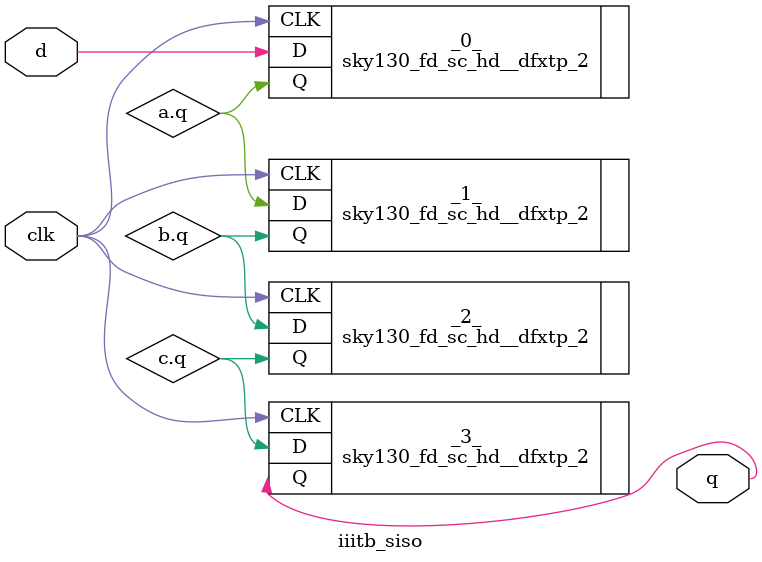
<source format=v>
/* Generated by Yosys 0.20+70 (git sha1 6e907acf86d, gcc 8.3.1 -fPIC -Os) */

module iiitb_siso(d, clk, q);
  wire \a.q ;
  wire \b.q ;
  wire \c.q ;
  input clk;
  wire clk;
  input d;
  wire d;
  output q;
  wire q;
  sky130_fd_sc_hd__dfxtp_2 _0_ (
    .CLK(clk),
    .D(d),
    .Q(\a.q )
  );
  sky130_fd_sc_hd__dfxtp_2 _1_ (
    .CLK(clk),
    .D(\a.q ),
    .Q(\b.q )
  );
  sky130_fd_sc_hd__dfxtp_2 _2_ (
    .CLK(clk),
    .D(\b.q ),
    .Q(\c.q )
  );
  sky130_fd_sc_hd__dfxtp_2 _3_ (
    .CLK(clk),
    .D(\c.q ),
    .Q(q)
  );
endmodule

</source>
